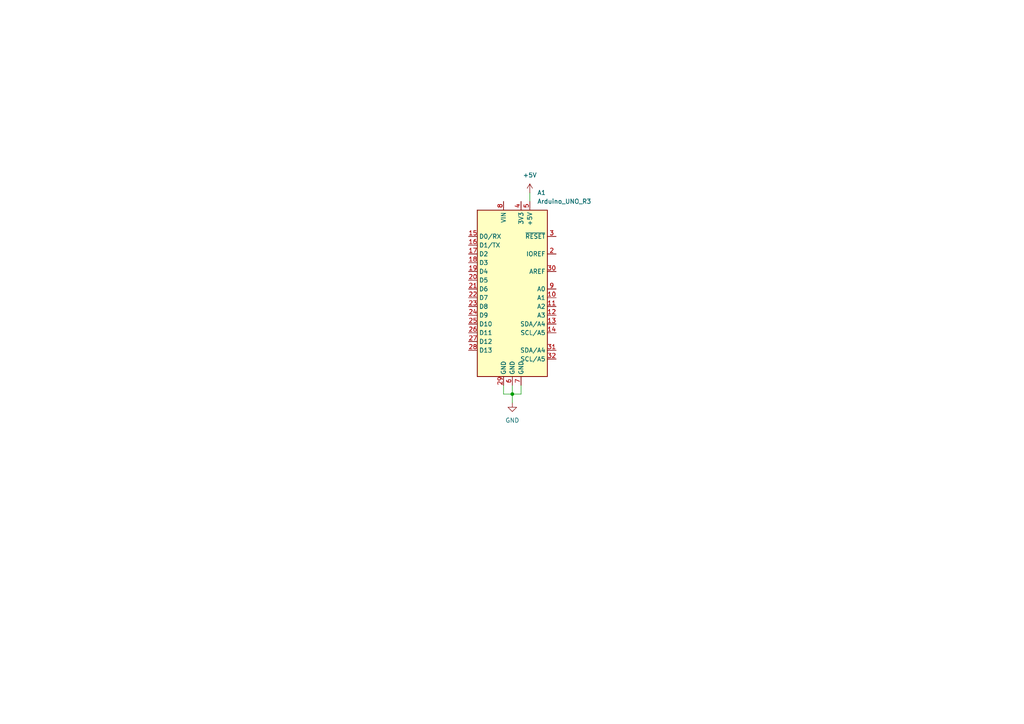
<source format=kicad_sch>
(kicad_sch (version 20250114) (generator "eeschema") (generator_version "9.0")
  (paper "A4")
  (lib_symbols
    (symbol "MCU_Module:Arduino_UNO_R3"
      (property "Reference" "A" (at -10.16 23.495 0))
      (property "Value" "Arduino_UNO_R3" (at 5.08 -26.67 0))
      (symbol "Arduino_UNO_R3_0_1"
        (rectangle (start -10.16 22.86) (end 10.16 -25.4) (stroke (width 0.254)) (fill (type background)))
      )
      (symbol "Arduino_UNO_R3_1_1"
        (pin bidirectional line (at -12.7 15.24 0) (length 2.54) (name "D0/RX") (number "15"))
        (pin bidirectional line (at -12.7 12.7 0) (length 2.54) (name "D1/TX") (number "16"))
        (pin bidirectional line (at -12.7 10.16 0) (length 2.54) (name "D2") (number "17"))
        (pin bidirectional line (at -12.7 7.62 0) (length 2.54) (name "D3") (number "18"))
        (pin bidirectional line (at -12.7 5.08 0) (length 2.54) (name "D4") (number "19"))
        (pin bidirectional line (at -12.7 2.54 0) (length 2.54) (name "D5") (number "20"))
        (pin bidirectional line (at -12.7 0 0) (length 2.54) (name "D6") (number "21"))
        (pin bidirectional line (at -12.7 -2.54 0) (length 2.54) (name "D7") (number "22"))
        (pin bidirectional line (at -12.7 -5.08 0) (length 2.54) (name "D8") (number "23"))
        (pin bidirectional line (at -12.7 -7.62 0) (length 2.54) (name "D9") (number "24"))
        (pin bidirectional line (at -12.7 -10.16 0) (length 2.54) (name "D10") (number "25"))
        (pin bidirectional line (at -12.7 -12.7 0) (length 2.54) (name "D11") (number "26"))
        (pin bidirectional line (at -12.7 -15.24 0) (length 2.54) (name "D12") (number "27"))
        (pin bidirectional line (at -12.7 -17.78 0) (length 2.54) (name "D13") (number "28"))
        (pin no_connect line (at -10.16 -20.32 0) (length 2.54) (hide yes) (name "NC") (number "1"))
        (pin power_in line (at -2.54 25.4 270) (length 2.54) (name "VIN") (number "8"))
        (pin power_in line (at -2.54 -27.94 90) (length 2.54) (name "GND") (number "29"))
        (pin power_in line (at 0 -27.94 90) (length 2.54) (name "GND") (number "6"))
        (pin power_out line (at 2.54 25.4 270) (length 2.54) (name "3V3") (number "4"))
        (pin power_in line (at 2.54 -27.94 90) (length 2.54) (name "GND") (number "7"))
        (pin power_out line (at 5.08 25.4 270) (length 2.54) (name "+5V") (number "5"))
        (pin input line (at 12.7 15.24 180) (length 2.54) (name "~{RESET}") (number "3"))
        (pin output line (at 12.7 10.16 180) (length 2.54) (name "IOREF") (number "2"))
        (pin input line (at 12.7 5.08 180) (length 2.54) (name "AREF") (number "30"))
        (pin bidirectional line (at 12.7 0 180) (length 2.54) (name "A0") (number "9"))
        (pin bidirectional line (at 12.7 -2.54 180) (length 2.54) (name "A1") (number "10"))
        (pin bidirectional line (at 12.7 -5.08 180) (length 2.54) (name "A2") (number "11"))
        (pin bidirectional line (at 12.7 -7.62 180) (length 2.54) (name "A3") (number "12"))
        (pin bidirectional line (at 12.7 -10.16 180) (length 2.54) (name "SDA/A4") (number "13"))
        (pin bidirectional line (at 12.7 -12.7 180) (length 2.54) (name "SCL/A5") (number "14"))
        (pin bidirectional line (at 12.7 -17.78 180) (length 2.54) (name "SDA/A4") (number "31"))
        (pin bidirectional line (at 12.7 -20.32 180) (length 2.54) (name "SCL/A5") (number "32"))
      )
    )
    (symbol "power:+5V" (power) (pin_numbers (hide yes)) (pin_names (offset 0) (hide yes))
      (property "Value" "+5V" (at 0 3.556 0))
      (symbol "+5V_0_1"
        (polyline (pts (xy -0.762 1.27) (xy 0 2.54)))
        (polyline (pts (xy 0 2.54) (xy 0.762 1.27)))
        (polyline (pts (xy 0 0) (xy 0 2.54)))
      )
      (symbol "+5V_1_1"
        (pin power_in line (at 0 0 90) (length 0) (name "~") (number "1"))
      )
    )
    (symbol "power:GND" (power) (pin_numbers (hide yes)) (pin_names (offset 0) (hide yes))
      (property "Value" "GND" (at 0 -3.81 0))
      (symbol "GND_0_1"
        (polyline (pts (xy 0 0) (xy 0 -1.27) (xy 1.27 -1.27) (xy 0 -2.54) (xy -1.27 -1.27) (xy 0 -1.27)))
      )
      (symbol "GND_1_1"
        (pin power_in line (at 0 0 270) (length 0) (name "~") (number "1"))
      )
    )
  )
  (junction (at 148.59 114.3))
  (wire (pts (xy 151.13 114.3) (xy 151.13 111.76)))
  (wire (pts (xy 148.59 114.3) (xy 148.59 116.84)))
  (wire (pts (xy 153.67 55.88) (xy 153.67 58.42)))
  (wire (pts (xy 146.05 111.76) (xy 146.05 114.3)))
  (wire (pts (xy 146.05 114.3) (xy 148.59 114.3)))
  (wire (pts (xy 148.59 111.76) (xy 148.59 114.3)))
  (wire (pts (xy 148.59 114.3) (xy 151.13 114.3)))
  (symbol (lib_id "MCU_Module:Arduino_UNO_R3") (at 148.59 83.82 0) (unit 1)
    (property "Reference" "A1" (at 155.8133 55.88 0) (effects (justify left)))
    (property "Value" "Arduino_UNO_R3" (at 155.8133 58.42 0) (effects (justify left)))
    (property "Footprint" "Module:Arduino_UNO_R3" (effects (hide yes)))
    (property "Datasheet" "https://www.arduino.cc/en/Main/arduinoBoardUno" (effects (hide yes)))
    (property "Description" "Arduino UNO Microcontroller Module, release 3" (effects (hide yes)))
  )
  (symbol (lib_id "power:GND") (at 148.59 116.84 0) (unit 1)
    (property "Reference" "#PWR01" (effects (hide yes)))
    (property "Value" "GND" (at 148.59 121.92 0))
    (property "Description" "Power symbol creates a global label with name \"GND\" , ground" (effects (hide yes)))
  )
  (symbol (lib_id "power:+5V") (at 153.67 55.88 0) (unit 1)
    (property "Reference" "#PWR02" (effects (hide yes)))
    (property "Value" "+5V" (at 153.67 50.8 0))
    (property "Description" "Power symbol creates a global label with name \"+5V\"" (effects (hide yes)))
  )
)
</source>
